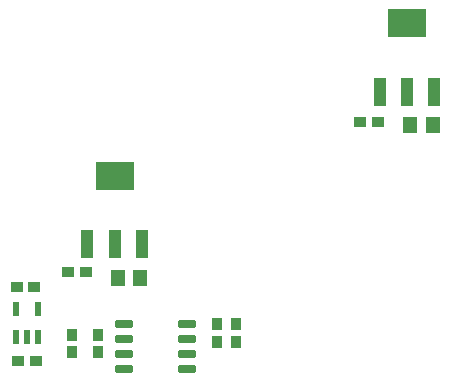
<source format=gbp>
G04*
G04 #@! TF.GenerationSoftware,Altium Limited,Altium Designer,20.2.5 (213)*
G04*
G04 Layer_Color=128*
%FSLAX44Y44*%
%MOMM*%
G71*
G04*
G04 #@! TF.SameCoordinates,CBCE1813-5DC1-42ED-B67B-6F9CDEC3D03C*
G04*
G04*
G04 #@! TF.FilePolarity,Positive*
G04*
G01*
G75*
%ADD20R,1.0000X0.9500*%
%ADD21R,0.9500X1.0000*%
%ADD32R,1.2000X1.4000*%
%ADD42R,3.3000X2.4000*%
%ADD43R,1.0000X2.4000*%
G04:AMPARAMS|DCode=109|XSize=1.58mm|YSize=0.6mm|CornerRadius=0.075mm|HoleSize=0mm|Usage=FLASHONLY|Rotation=180.000|XOffset=0mm|YOffset=0mm|HoleType=Round|Shape=RoundedRectangle|*
%AMROUNDEDRECTD109*
21,1,1.5800,0.4500,0,0,180.0*
21,1,1.4300,0.6000,0,0,180.0*
1,1,0.1500,-0.7150,0.2250*
1,1,0.1500,0.7150,0.2250*
1,1,0.1500,0.7150,-0.2250*
1,1,0.1500,-0.7150,-0.2250*
%
%ADD109ROUNDEDRECTD109*%
%ADD110R,0.5080X1.2192*%
D20*
X4519Y317047D02*
D03*
X19519D02*
D03*
X18369Y379222D02*
D03*
X3369D02*
D03*
X294297Y518906D02*
D03*
X309297D02*
D03*
X46990Y392430D02*
D03*
X61990D02*
D03*
D21*
X189230Y332860D02*
D03*
Y347860D02*
D03*
X172867Y333114D02*
D03*
Y348114D02*
D03*
X50054Y323970D02*
D03*
Y338970D02*
D03*
X72390Y323970D02*
D03*
Y338970D02*
D03*
D32*
X336770Y516925D02*
D03*
X355770D02*
D03*
X88900Y387350D02*
D03*
X107900D02*
D03*
D42*
X86360Y473500D02*
D03*
X333680Y602844D02*
D03*
D43*
X63360Y415500D02*
D03*
X86360D02*
D03*
X109360D02*
D03*
X310680Y544844D02*
D03*
X333680D02*
D03*
X356680D02*
D03*
D109*
X147350Y347980D02*
D03*
Y335280D02*
D03*
Y322580D02*
D03*
Y309880D02*
D03*
X93950D02*
D03*
Y322580D02*
D03*
Y335280D02*
D03*
Y347980D02*
D03*
D110*
X21537Y336605D02*
D03*
X12139D02*
D03*
X2741D02*
D03*
Y360989D02*
D03*
X21537D02*
D03*
M02*

</source>
